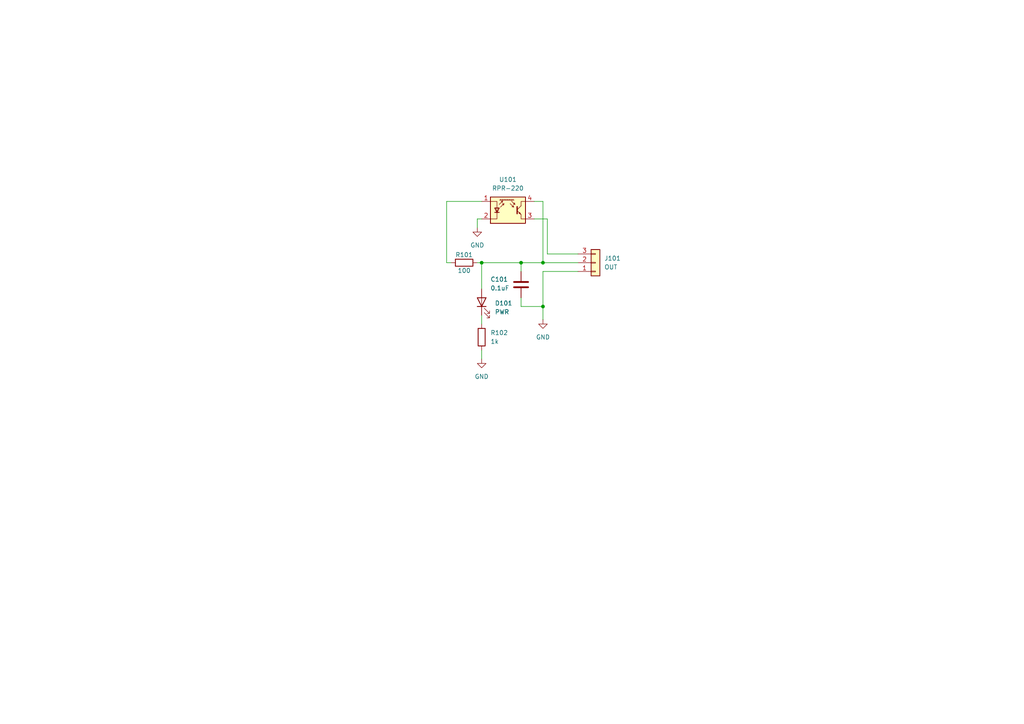
<source format=kicad_sch>
(kicad_sch (version 20250114) (generator "eeschema") (generator_version "9.0")
  (paper "A4")
  (lib_symbols
    (symbol "Connector_Generic:Conn_01x03" (pin_names (offset 1.016) (hide yes))
      (property "Reference" "J101" (at 2.54 1.2701 0))
      (property "Value" "OUT" (at 2.54 -1.2699 0))
      (symbol "Conn_01x03_1_1"
        (rectangle (start -1.27 3.81) (end 1.27 -3.81) (stroke (width 0.254)) (fill (type background)))
        (rectangle (start -1.27 2.667) (end 0 2.413) (stroke (width 0.1524)))
        (rectangle (start -1.27 0.127) (end 0 -0.127) (stroke (width 0.1524)))
        (rectangle (start -1.27 -2.413) (end 0 -2.667) (stroke (width 0.1524)))
        (pin passive line (at -5.08 2.54 0) (length 3.81) (name "Pin_1") (number "3"))
        (pin passive line (at -5.08 0 0) (length 3.81) (name "Pin_2") (number "2"))
        (pin passive line (at -5.08 -2.54 0) (length 3.81) (name "Pin_3") (number "1"))
      )
    )
    (symbol "Device:C" (pin_numbers (hide yes)) (pin_names (offset 0.254))
      (property "Reference" "C" (at 0.635 2.54 0))
      (property "Value" "C" (at 0.635 -2.54 0))
      (symbol "C_0_1"
        (polyline (pts (xy -2.032 0.762) (xy 2.032 0.762)) (stroke (width 0.508)))
        (polyline (pts (xy -2.032 -0.762) (xy 2.032 -0.762)) (stroke (width 0.508)))
      )
      (symbol "C_1_1"
        (pin passive line (at 0 3.81 270) (length 2.794) (name "~") (number "1"))
        (pin passive line (at 0 -3.81 90) (length 2.794) (name "~") (number "2"))
      )
    )
    (symbol "Device:LED" (pin_numbers (hide yes)) (pin_names (offset 1.016) (hide yes))
      (property "Reference" "D" (at 0 2.54 0))
      (property "Value" "LED" (at 0 -2.54 0))
      (symbol "LED_0_1"
        (polyline (pts (xy -3.048 -0.762) (xy -4.572 -2.286) (xy -3.81 -2.286) (xy -4.572 -2.286) (xy -4.572 -1.524)))
        (polyline (pts (xy -1.778 -0.762) (xy -3.302 -2.286) (xy -2.54 -2.286) (xy -3.302 -2.286) (xy -3.302 -1.524)))
        (polyline (pts (xy -1.27 0) (xy 1.27 0)))
        (polyline (pts (xy -1.27 -1.27) (xy -1.27 1.27)) (stroke (width 0.254)))
        (polyline (pts (xy 1.27 -1.27) (xy 1.27 1.27) (xy -1.27 0) (xy 1.27 -1.27)) (stroke (width 0.254)))
      )
      (symbol "LED_1_1"
        (pin passive line (at -3.81 0 0) (length 2.54) (name "K") (number "1"))
        (pin passive line (at 3.81 0 180) (length 2.54) (name "A") (number "2"))
      )
    )
    (symbol "Device:R" (pin_numbers (hide yes)) (pin_names (offset 0))
      (property "Reference" "R" (at 2.032 0 90))
      (property "Value" "R" (at 0 0 90))
      (symbol "R_0_1"
        (rectangle (start -1.016 -2.54) (end 1.016 2.54) (stroke (width 0.254)))
      )
      (symbol "R_1_1"
        (pin passive line (at 0 3.81 270) (length 1.27) (name "~") (number "1"))
        (pin passive line (at 0 -3.81 90) (length 1.27) (name "~") (number "2"))
      )
    )
    (symbol "Sensor_Proximity:BPR-105F" (pin_names (offset 0.0254) (hide yes))
      (property "Reference" "U101" (at 0 8.89 0))
      (property "Value" "RPR-220" (at 0 6.35 0))
      (symbol "BPR-105F_0_1"
        (polyline (pts (xy -5.08 -2.54) (xy -3.175 -2.54) (xy -3.175 2.54) (xy -5.08 2.54)))
        (polyline (pts (xy -5.08 -3.81) (xy 5.08 -3.81) (xy 5.08 3.81) (xy -5.08 3.81) (xy -5.08 -3.81)) (stroke (width 0.254)) (fill (type background)))
        (polyline (pts (xy -3.81 -0.635) (xy -2.54 -0.635)) (stroke (width 0.254)))
        (polyline (pts (xy -3.175 -0.635) (xy -3.81 0.635) (xy -2.54 0.635) (xy -3.175 -0.635)) (stroke (width 0.254)))
        (polyline (pts (xy -2.54 1.651) (xy -1.524 2.667) (xy -2.032 2.54)))
        (polyline (pts (xy -2.286 2.921) (xy -2.032 3.175)))
        (polyline (pts (xy -2.159 0.889) (xy -1.143 1.905) (xy -1.651 1.778)))
        (polyline (pts (xy -1.778 2.921) (xy -1.524 3.175)))
        (polyline (pts (xy -1.524 2.667) (xy -1.651 2.159)))
        (polyline (pts (xy -1.27 2.921) (xy -1.016 3.175)))
        (polyline (pts (xy -1.143 1.905) (xy -1.27 1.397)))
        (polyline (pts (xy -0.762 2.921) (xy -0.508 3.175)))
        (polyline (pts (xy -0.254 2.921) (xy 0 3.175)))
        (polyline (pts (xy 0.254 2.921) (xy 0.508 3.175)))
        (polyline (pts (xy 0.635 1.905) (xy 1.651 0.889) (xy 1.524 1.397)))
        (polyline (pts (xy 0.762 2.921) (xy 1.016 3.175)))
        (polyline (pts (xy 1.016 2.667) (xy 2.032 1.651) (xy 1.905 2.159)))
        (polyline (pts (xy 1.27 2.921) (xy 1.524 3.175)))
        (polyline (pts (xy 1.651 0.889) (xy 1.143 1.016)))
        (polyline (pts (xy 1.778 2.921) (xy -2.413 2.921)))
        (polyline (pts (xy 2.032 1.651) (xy 1.524 1.778)))
        (polyline (pts (xy 2.667 1.016) (xy 2.667 -1.016)) (stroke (width 0.3556)))
        (polyline (pts (xy 2.667 0.127) (xy 3.81 1.27)))
        (polyline (pts (xy 2.667 -0.127) (xy 3.81 -1.27)))
        (polyline (pts (xy 3.683 -1.143) (xy 3.429 -0.635) (xy 3.175 -0.889) (xy 3.683 -1.143)))
        (polyline (pts (xy 3.81 1.27) (xy 3.81 2.54) (xy 5.08 2.54)))
        (polyline (pts (xy 3.81 -1.27) (xy 3.81 -2.54) (xy 5.08 -2.54)))
      )
      (symbol "BPR-105F_1_1"
        (pin passive line (at -7.62 2.54 0) (length 2.54) (name "A") (number "1"))
        (pin passive line (at -7.62 -2.54 0) (length 2.54) (name "K") (number "2"))
        (pin open_collector line (at 7.62 2.54 180) (length 2.54) (name "4C") (number "4"))
        (pin open_emitter line (at 7.62 -2.54 180) (length 2.54) (name "E") (number "3"))
      )
    )
    (symbol "power:GND" (power) (pin_numbers (hide yes)) (pin_names (offset 0) (hide yes))
      (property "Value" "GND" (at 0 -3.81 0))
      (symbol "GND_0_1"
        (polyline (pts (xy 0 0) (xy 0 -1.27) (xy 1.27 -1.27) (xy 0 -2.54) (xy -1.27 -1.27) (xy 0 -1.27)))
      )
      (symbol "GND_1_1"
        (pin power_in line (at 0 0 270) (length 0) (name "~") (number "1"))
      )
    )
  )
  (junction (at 157.48 88.9))
  (junction (at 139.7 76.2))
  (junction (at 151.13 76.2))
  (junction (at 157.48 76.2))
  (wire (pts (xy 129.54 58.42) (xy 129.54 76.2)))
  (wire (pts (xy 157.48 88.9) (xy 157.48 92.71)))
  (wire (pts (xy 157.48 78.74) (xy 157.48 88.9)))
  (wire (pts (xy 138.43 76.2) (xy 139.7 76.2)))
  (wire (pts (xy 129.54 76.2) (xy 130.81 76.2)))
  (wire (pts (xy 151.13 76.2) (xy 157.48 76.2)))
  (wire (pts (xy 139.7 76.2) (xy 139.7 83.82)))
  (wire (pts (xy 158.75 73.66) (xy 167.64 73.66)))
  (wire (pts (xy 157.48 58.42) (xy 157.48 76.2)))
  (wire (pts (xy 139.7 91.44) (xy 139.7 93.98)))
  (wire (pts (xy 139.7 58.42) (xy 129.54 58.42)))
  (wire (pts (xy 151.13 86.36) (xy 151.13 88.9)))
  (wire (pts (xy 157.48 76.2) (xy 167.64 76.2)))
  (wire (pts (xy 138.43 63.5) (xy 138.43 66.04)))
  (wire (pts (xy 158.75 63.5) (xy 158.75 73.66)))
  (wire (pts (xy 151.13 88.9) (xy 157.48 88.9)))
  (wire (pts (xy 139.7 101.6) (xy 139.7 104.14)))
  (wire (pts (xy 154.94 63.5) (xy 158.75 63.5)))
  (wire (pts (xy 154.94 58.42) (xy 157.48 58.42)))
  (wire (pts (xy 167.64 78.74) (xy 157.48 78.74)))
  (wire (pts (xy 139.7 76.2) (xy 151.13 76.2)))
  (wire (pts (xy 151.13 76.2) (xy 151.13 78.74)))
  (wire (pts (xy 138.43 63.5) (xy 139.7 63.5)))
  (symbol (lib_id "Device:C") (at 151.13 82.55 0) (unit 1)
    (property "Reference" "C101" (at 142.24 81.026 0) (effects (justify left)))
    (property "Value" "0.1uF" (at 142.24 83.566 0) (effects (justify left)))
    (property "Footprint" "Capacitor_THT:C_Disc_D5.0mm_W2.5mm_P2.50mm" (effects (hide yes)))
    (property "Description" "Unpolarized capacitor" (effects (hide yes)))
  )
  (symbol (lib_id "Device:LED") (at 139.7 87.63 90) (unit 1)
    (property "Reference" "D101" (at 143.51 87.9474 90) (effects (justify right)))
    (property "Value" "PWR" (at 143.51 90.4874 90) (effects (justify right)))
    (property "Footprint" "LED_SMD:LED_0603_1608Metric_Pad1.05x0.95mm_HandSolder" (effects (hide yes)))
    (property "Description" "Light emitting diode" (effects (hide yes)))
    (property "Sim.Pins" "1=K 2=A" (effects (hide yes)))
  )
  (symbol (lib_id "power:GND") (at 138.43 66.04 0) (unit 1)
    (property "Reference" "#PWR0102" (effects (hide yes)))
    (property "Value" "GND" (at 138.43 71.12 0))
    (property "Description" "Power symbol creates a global label with name \"GND\" , ground" (effects (hide yes)))
  )
  (symbol (lib_id "Device:R") (at 139.7 97.79 0) (unit 1)
    (property "Reference" "R102" (at 142.24 96.5199 0) (effects (justify left)))
    (property "Value" "1k" (at 142.24 99.0599 0) (effects (justify left)))
    (property "Footprint" "Resistor_THT:R_Axial_DIN0207_L6.3mm_D2.5mm_P10.16mm_Horizontal" (effects (hide yes)))
    (property "Description" "Resistor" (effects (hide yes)))
  )
  (symbol (lib_id "power:GND") (at 139.7 104.14 0) (unit 1)
    (property "Reference" "#PWR0103" (effects (hide yes)))
    (property "Value" "GND" (at 139.7 109.22 0))
    (property "Description" "Power symbol creates a global label with name \"GND\" , ground" (effects (hide yes)))
  )
  (symbol (lib_id "Device:R") (at 134.62 76.2 90) (unit 1)
    (property "Reference" "R101" (at 134.62 73.914 90))
    (property "Value" "100" (at 134.62 78.486 90))
    (property "Footprint" "Resistor_THT:R_Axial_DIN0207_L6.3mm_D2.5mm_P10.16mm_Horizontal" (effects (hide yes)))
    (property "Description" "Resistor" (effects (hide yes)))
  )
  (symbol (lib_id "Connector_Generic:Conn_01x03") (at 172.72 76.2 0) (unit 1)
    (property "Reference" "J101" (at 175.26 74.9299 0) (effects (justify left)))
    (property "Value" "OUT" (at 175.26 77.4699 0) (effects (justify left)))
    (property "Footprint" "Connector_JST:JST_XH_S3B-XH-A-1_1x03_P2.50mm_Horizontal" (effects (hide yes)))
    (property "Description" "Generic connector, single row, 01x03, script generated (kicad-library-utils/schlib/autogen/connector/)" (effects (hide yes)))
  )
  (symbol (lib_id "power:GND") (at 157.48 92.71 0) (unit 1)
    (property "Reference" "#PWR0101" (effects (hide yes)))
    (property "Value" "GND" (at 157.48 97.79 0))
    (property "Description" "Power symbol creates a global label with name \"GND\" , ground" (effects (hide yes)))
  )
  (symbol (lib_id "Sensor_Proximity:BPR-105F") (at 147.32 60.96 0) (unit 1)
    (property "Reference" "U101" (at 147.32 52.07 0))
    (property "Value" "RPR-220" (at 147.32 54.61 0))
    (property "Footprint" "OptoDevice:Everlight_ITR8307F43" (effects (hide yes)))
    (property "Datasheet" "http://www.ystone.com.tw/en/data/goods/IRPT/Photo%20Interrupters-Reflective%20Type.pdf" (effects (hide yes)))
    (property "Description" "Subminiature Reflective Optical Sensor, DIP-like THT-package" (effects (hide yes)))
  )
)
</source>
